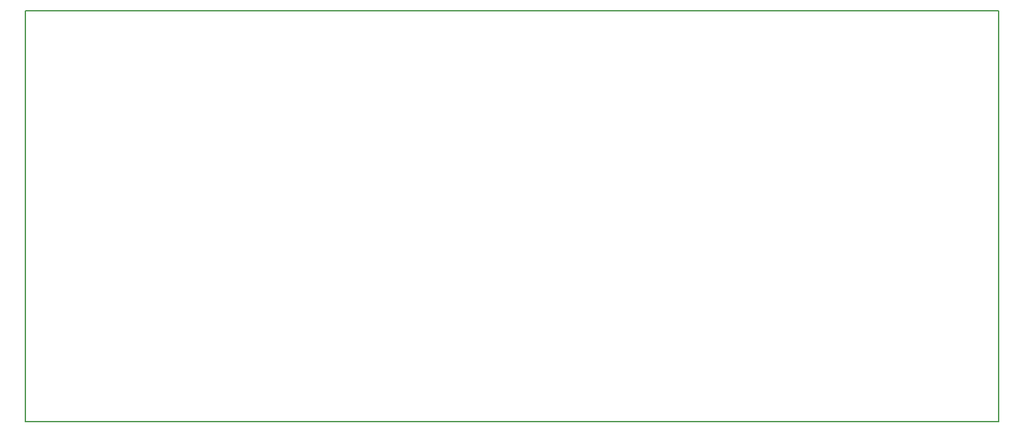
<source format=gbr>
G04 PROTEUS GERBER X2 FILE*
%TF.GenerationSoftware,Labcenter,Proteus,8.6-SP2-Build23525*%
%TF.CreationDate,2017-11-29T10:51:07+00:00*%
%TF.FileFunction,NonPlated,1,4,NPTH*%
%TF.FilePolarity,Positive*%
%TF.Part,Single*%
%FSLAX45Y45*%
%MOMM*%
G01*
%TA.AperFunction,Profile*%
%ADD27C,0.203200*%
%TD.AperFunction*%
D27*
X-8250000Y-4000000D02*
X+4750000Y-4000000D01*
X+4750000Y+1500000D01*
X-8250000Y+1500000D01*
X-8250000Y-4000000D01*
M02*

</source>
